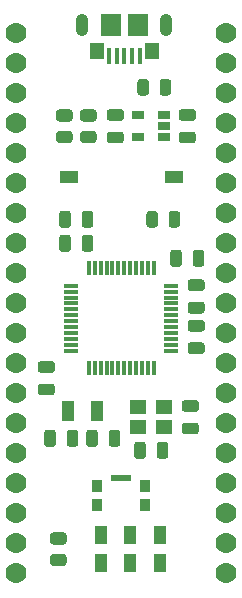
<source format=gbr>
%TF.GenerationSoftware,KiCad,Pcbnew,(5.1.10)-1*%
%TF.CreationDate,2022-01-04T20:26:21-05:00*%
%TF.ProjectId,STM32G441DevBoard,53544d33-3247-4343-9431-446576426f61,rev?*%
%TF.SameCoordinates,Original*%
%TF.FileFunction,Soldermask,Top*%
%TF.FilePolarity,Negative*%
%FSLAX46Y46*%
G04 Gerber Fmt 4.6, Leading zero omitted, Abs format (unit mm)*
G04 Created by KiCad (PCBNEW (5.1.10)-1) date 2022-01-04 20:26:21*
%MOMM*%
%LPD*%
G01*
G04 APERTURE LIST*
%ADD10C,1.775000*%
%ADD11R,1.193800X0.304800*%
%ADD12R,0.304800X1.193800*%
%ADD13R,1.500000X1.100000*%
%ADD14R,1.000000X1.800000*%
%ADD15R,1.400000X1.200000*%
%ADD16R,1.060000X0.650000*%
%ADD17R,1.000000X1.600000*%
%ADD18R,0.900000X1.000000*%
%ADD19R,1.700000X0.550000*%
%ADD20R,1.150000X1.450000*%
%ADD21O,1.050000X1.900000*%
%ADD22R,1.750000X1.900000*%
%ADD23R,0.400000X1.400000*%
G04 APERTURE END LIST*
D10*
%TO.C,3v3*%
X43942000Y-72390000D03*
%TD*%
D11*
%TO.C,U1*%
X48582001Y-99270000D03*
X48582001Y-98770001D03*
X48582001Y-98269999D03*
X48582001Y-97770000D03*
X48582001Y-97270001D03*
X48582001Y-96770000D03*
X48582001Y-96270000D03*
X48582001Y-95769999D03*
X48582001Y-95270000D03*
X48582001Y-94770001D03*
X48582001Y-94269999D03*
X48582001Y-93770000D03*
D12*
X50082000Y-92270001D03*
X50581999Y-92270001D03*
X51082001Y-92270001D03*
X51582000Y-92270001D03*
X52081999Y-92270001D03*
X52582000Y-92270001D03*
X53082000Y-92270001D03*
X53582001Y-92270001D03*
X54082000Y-92270001D03*
X54581999Y-92270001D03*
X55082001Y-92270001D03*
X55582000Y-92270001D03*
D11*
X57081999Y-93770000D03*
X57081999Y-94269999D03*
X57081999Y-94770001D03*
X57081999Y-95270000D03*
X57081999Y-95769999D03*
X57081999Y-96270000D03*
X57081999Y-96770000D03*
X57081999Y-97270001D03*
X57081999Y-97770000D03*
X57081999Y-98269999D03*
X57081999Y-98770001D03*
X57081999Y-99270000D03*
D12*
X55582000Y-100769999D03*
X55082001Y-100769999D03*
X54581999Y-100769999D03*
X54082000Y-100769999D03*
X53582001Y-100769999D03*
X53082000Y-100769999D03*
X52582000Y-100769999D03*
X52081999Y-100769999D03*
X51582000Y-100769999D03*
X51082001Y-100769999D03*
X50581999Y-100769999D03*
X50082000Y-100769999D03*
%TD*%
D13*
%TO.C,SW3*%
X48382000Y-84582000D03*
X57282000Y-84582000D03*
%TD*%
D14*
%TO.C,Y2*%
X50780000Y-104394000D03*
X48280000Y-104394000D03*
%TD*%
D15*
%TO.C,Y1*%
X54272000Y-104052000D03*
X56472000Y-104052000D03*
X56472000Y-105752000D03*
X54272000Y-105752000D03*
%TD*%
D16*
%TO.C,U2*%
X54272000Y-81214000D03*
X54272000Y-79314000D03*
X56472000Y-79314000D03*
X56472000Y-80264000D03*
X56472000Y-81214000D03*
%TD*%
D17*
%TO.C,SW2*%
X56094000Y-114878000D03*
X53594000Y-114878000D03*
X51094000Y-114878000D03*
X56094000Y-117278000D03*
X53594000Y-117278000D03*
X51094000Y-117278000D03*
%TD*%
D18*
%TO.C,SW1*%
X54882000Y-110706000D03*
X54882000Y-112306000D03*
X50782000Y-112306000D03*
X50782000Y-110706000D03*
D19*
X52832000Y-110081000D03*
%TD*%
%TO.C,R3*%
G36*
G01*
X47948001Y-115678000D02*
X47047999Y-115678000D01*
G75*
G02*
X46798000Y-115428001I0J249999D01*
G01*
X46798000Y-114902999D01*
G75*
G02*
X47047999Y-114653000I249999J0D01*
G01*
X47948001Y-114653000D01*
G75*
G02*
X48198000Y-114902999I0J-249999D01*
G01*
X48198000Y-115428001D01*
G75*
G02*
X47948001Y-115678000I-249999J0D01*
G01*
G37*
G36*
G01*
X47948001Y-117503000D02*
X47047999Y-117503000D01*
G75*
G02*
X46798000Y-117253001I0J249999D01*
G01*
X46798000Y-116727999D01*
G75*
G02*
X47047999Y-116478000I249999J0D01*
G01*
X47948001Y-116478000D01*
G75*
G02*
X48198000Y-116727999I0J-249999D01*
G01*
X48198000Y-117253001D01*
G75*
G02*
X47948001Y-117503000I-249999J0D01*
G01*
G37*
%TD*%
%TO.C,R2*%
G36*
G01*
X48456001Y-79864000D02*
X47555999Y-79864000D01*
G75*
G02*
X47306000Y-79614001I0J249999D01*
G01*
X47306000Y-79088999D01*
G75*
G02*
X47555999Y-78839000I249999J0D01*
G01*
X48456001Y-78839000D01*
G75*
G02*
X48706000Y-79088999I0J-249999D01*
G01*
X48706000Y-79614001D01*
G75*
G02*
X48456001Y-79864000I-249999J0D01*
G01*
G37*
G36*
G01*
X48456001Y-81689000D02*
X47555999Y-81689000D01*
G75*
G02*
X47306000Y-81439001I0J249999D01*
G01*
X47306000Y-80913999D01*
G75*
G02*
X47555999Y-80664000I249999J0D01*
G01*
X48456001Y-80664000D01*
G75*
G02*
X48706000Y-80913999I0J-249999D01*
G01*
X48706000Y-81439001D01*
G75*
G02*
X48456001Y-81689000I-249999J0D01*
G01*
G37*
%TD*%
%TO.C,R1*%
G36*
G01*
X50488001Y-79864000D02*
X49587999Y-79864000D01*
G75*
G02*
X49338000Y-79614001I0J249999D01*
G01*
X49338000Y-79088999D01*
G75*
G02*
X49587999Y-78839000I249999J0D01*
G01*
X50488001Y-78839000D01*
G75*
G02*
X50738000Y-79088999I0J-249999D01*
G01*
X50738000Y-79614001D01*
G75*
G02*
X50488001Y-79864000I-249999J0D01*
G01*
G37*
G36*
G01*
X50488001Y-81689000D02*
X49587999Y-81689000D01*
G75*
G02*
X49338000Y-81439001I0J249999D01*
G01*
X49338000Y-80913999D01*
G75*
G02*
X49587999Y-80664000I249999J0D01*
G01*
X50488001Y-80664000D01*
G75*
G02*
X50738000Y-80913999I0J-249999D01*
G01*
X50738000Y-81439001D01*
G75*
G02*
X50488001Y-81689000I-249999J0D01*
G01*
G37*
%TD*%
D10*
%TO.C,C13*%
X43942000Y-115570000D03*
%TD*%
D20*
%TO.C,J1*%
X55406000Y-73928000D03*
X50766000Y-73928000D03*
D21*
X49511000Y-71698000D03*
X56661000Y-71698000D03*
D22*
X54211000Y-71698000D03*
D23*
X53086000Y-74348000D03*
X52436000Y-74348000D03*
X51786000Y-74348000D03*
X54386000Y-74348000D03*
X53736000Y-74348000D03*
D22*
X51961000Y-71698000D03*
%TD*%
D10*
%TO.C,GND*%
X61722000Y-72390000D03*
%TD*%
%TO.C,GND*%
X61722000Y-118110000D03*
%TD*%
%TO.C,GND*%
X43942000Y-74930000D03*
%TD*%
%TO.C,F1*%
G36*
G01*
X55176000Y-76505750D02*
X55176000Y-77418250D01*
G75*
G02*
X54932250Y-77662000I-243750J0D01*
G01*
X54444750Y-77662000D01*
G75*
G02*
X54201000Y-77418250I0J243750D01*
G01*
X54201000Y-76505750D01*
G75*
G02*
X54444750Y-76262000I243750J0D01*
G01*
X54932250Y-76262000D01*
G75*
G02*
X55176000Y-76505750I0J-243750D01*
G01*
G37*
G36*
G01*
X57051000Y-76505750D02*
X57051000Y-77418250D01*
G75*
G02*
X56807250Y-77662000I-243750J0D01*
G01*
X56319750Y-77662000D01*
G75*
G02*
X56076000Y-77418250I0J243750D01*
G01*
X56076000Y-76505750D01*
G75*
G02*
X56319750Y-76262000I243750J0D01*
G01*
X56807250Y-76262000D01*
G75*
G02*
X57051000Y-76505750I0J-243750D01*
G01*
G37*
%TD*%
%TO.C,D1*%
G36*
G01*
X56838000Y-88594250D02*
X56838000Y-87681750D01*
G75*
G02*
X57081750Y-87438000I243750J0D01*
G01*
X57569250Y-87438000D01*
G75*
G02*
X57813000Y-87681750I0J-243750D01*
G01*
X57813000Y-88594250D01*
G75*
G02*
X57569250Y-88838000I-243750J0D01*
G01*
X57081750Y-88838000D01*
G75*
G02*
X56838000Y-88594250I0J243750D01*
G01*
G37*
G36*
G01*
X54963000Y-88594250D02*
X54963000Y-87681750D01*
G75*
G02*
X55206750Y-87438000I243750J0D01*
G01*
X55694250Y-87438000D01*
G75*
G02*
X55938000Y-87681750I0J-243750D01*
G01*
X55938000Y-88594250D01*
G75*
G02*
X55694250Y-88838000I-243750J0D01*
G01*
X55206750Y-88838000D01*
G75*
G02*
X54963000Y-88594250I0J243750D01*
G01*
G37*
%TD*%
%TO.C,C25*%
G36*
G01*
X52799000Y-79814000D02*
X51849000Y-79814000D01*
G75*
G02*
X51599000Y-79564000I0J250000D01*
G01*
X51599000Y-79064000D01*
G75*
G02*
X51849000Y-78814000I250000J0D01*
G01*
X52799000Y-78814000D01*
G75*
G02*
X53049000Y-79064000I0J-250000D01*
G01*
X53049000Y-79564000D01*
G75*
G02*
X52799000Y-79814000I-250000J0D01*
G01*
G37*
G36*
G01*
X52799000Y-81714000D02*
X51849000Y-81714000D01*
G75*
G02*
X51599000Y-81464000I0J250000D01*
G01*
X51599000Y-80964000D01*
G75*
G02*
X51849000Y-80714000I250000J0D01*
G01*
X52799000Y-80714000D01*
G75*
G02*
X53049000Y-80964000I0J-250000D01*
G01*
X53049000Y-81464000D01*
G75*
G02*
X52799000Y-81714000I-250000J0D01*
G01*
G37*
%TD*%
%TO.C,C24*%
G36*
G01*
X57945000Y-80714000D02*
X58895000Y-80714000D01*
G75*
G02*
X59145000Y-80964000I0J-250000D01*
G01*
X59145000Y-81464000D01*
G75*
G02*
X58895000Y-81714000I-250000J0D01*
G01*
X57945000Y-81714000D01*
G75*
G02*
X57695000Y-81464000I0J250000D01*
G01*
X57695000Y-80964000D01*
G75*
G02*
X57945000Y-80714000I250000J0D01*
G01*
G37*
G36*
G01*
X57945000Y-78814000D02*
X58895000Y-78814000D01*
G75*
G02*
X59145000Y-79064000I0J-250000D01*
G01*
X59145000Y-79564000D01*
G75*
G02*
X58895000Y-79814000I-250000J0D01*
G01*
X57945000Y-79814000D01*
G75*
G02*
X57695000Y-79564000I0J250000D01*
G01*
X57695000Y-79064000D01*
G75*
G02*
X57945000Y-78814000I250000J0D01*
G01*
G37*
%TD*%
%TO.C,C23*%
G36*
G01*
X59149000Y-104452000D02*
X58199000Y-104452000D01*
G75*
G02*
X57949000Y-104202000I0J250000D01*
G01*
X57949000Y-103702000D01*
G75*
G02*
X58199000Y-103452000I250000J0D01*
G01*
X59149000Y-103452000D01*
G75*
G02*
X59399000Y-103702000I0J-250000D01*
G01*
X59399000Y-104202000D01*
G75*
G02*
X59149000Y-104452000I-250000J0D01*
G01*
G37*
G36*
G01*
X59149000Y-106352000D02*
X58199000Y-106352000D01*
G75*
G02*
X57949000Y-106102000I0J250000D01*
G01*
X57949000Y-105602000D01*
G75*
G02*
X58199000Y-105352000I250000J0D01*
G01*
X59149000Y-105352000D01*
G75*
G02*
X59399000Y-105602000I0J-250000D01*
G01*
X59399000Y-106102000D01*
G75*
G02*
X59149000Y-106352000I-250000J0D01*
G01*
G37*
%TD*%
%TO.C,C22*%
G36*
G01*
X54922000Y-107221000D02*
X54922000Y-108171000D01*
G75*
G02*
X54672000Y-108421000I-250000J0D01*
G01*
X54172000Y-108421000D01*
G75*
G02*
X53922000Y-108171000I0J250000D01*
G01*
X53922000Y-107221000D01*
G75*
G02*
X54172000Y-106971000I250000J0D01*
G01*
X54672000Y-106971000D01*
G75*
G02*
X54922000Y-107221000I0J-250000D01*
G01*
G37*
G36*
G01*
X56822000Y-107221000D02*
X56822000Y-108171000D01*
G75*
G02*
X56572000Y-108421000I-250000J0D01*
G01*
X56072000Y-108421000D01*
G75*
G02*
X55822000Y-108171000I0J250000D01*
G01*
X55822000Y-107221000D01*
G75*
G02*
X56072000Y-106971000I250000J0D01*
G01*
X56572000Y-106971000D01*
G75*
G02*
X56822000Y-107221000I0J-250000D01*
G01*
G37*
%TD*%
%TO.C,C21*%
G36*
G01*
X51758000Y-107155000D02*
X51758000Y-106205000D01*
G75*
G02*
X52008000Y-105955000I250000J0D01*
G01*
X52508000Y-105955000D01*
G75*
G02*
X52758000Y-106205000I0J-250000D01*
G01*
X52758000Y-107155000D01*
G75*
G02*
X52508000Y-107405000I-250000J0D01*
G01*
X52008000Y-107405000D01*
G75*
G02*
X51758000Y-107155000I0J250000D01*
G01*
G37*
G36*
G01*
X49858000Y-107155000D02*
X49858000Y-106205000D01*
G75*
G02*
X50108000Y-105955000I250000J0D01*
G01*
X50608000Y-105955000D01*
G75*
G02*
X50858000Y-106205000I0J-250000D01*
G01*
X50858000Y-107155000D01*
G75*
G02*
X50608000Y-107405000I-250000J0D01*
G01*
X50108000Y-107405000D01*
G75*
G02*
X49858000Y-107155000I0J250000D01*
G01*
G37*
%TD*%
%TO.C,C20*%
G36*
G01*
X47302000Y-106205000D02*
X47302000Y-107155000D01*
G75*
G02*
X47052000Y-107405000I-250000J0D01*
G01*
X46552000Y-107405000D01*
G75*
G02*
X46302000Y-107155000I0J250000D01*
G01*
X46302000Y-106205000D01*
G75*
G02*
X46552000Y-105955000I250000J0D01*
G01*
X47052000Y-105955000D01*
G75*
G02*
X47302000Y-106205000I0J-250000D01*
G01*
G37*
G36*
G01*
X49202000Y-106205000D02*
X49202000Y-107155000D01*
G75*
G02*
X48952000Y-107405000I-250000J0D01*
G01*
X48452000Y-107405000D01*
G75*
G02*
X48202000Y-107155000I0J250000D01*
G01*
X48202000Y-106205000D01*
G75*
G02*
X48452000Y-105955000I250000J0D01*
G01*
X48952000Y-105955000D01*
G75*
G02*
X49202000Y-106205000I0J-250000D01*
G01*
G37*
%TD*%
%TO.C,C12*%
G36*
G01*
X58707000Y-98560000D02*
X59657000Y-98560000D01*
G75*
G02*
X59907000Y-98810000I0J-250000D01*
G01*
X59907000Y-99310000D01*
G75*
G02*
X59657000Y-99560000I-250000J0D01*
G01*
X58707000Y-99560000D01*
G75*
G02*
X58457000Y-99310000I0J250000D01*
G01*
X58457000Y-98810000D01*
G75*
G02*
X58707000Y-98560000I250000J0D01*
G01*
G37*
G36*
G01*
X58707000Y-96660000D02*
X59657000Y-96660000D01*
G75*
G02*
X59907000Y-96910000I0J-250000D01*
G01*
X59907000Y-97410000D01*
G75*
G02*
X59657000Y-97660000I-250000J0D01*
G01*
X58707000Y-97660000D01*
G75*
G02*
X58457000Y-97410000I0J250000D01*
G01*
X58457000Y-96910000D01*
G75*
G02*
X58707000Y-96660000I250000J0D01*
G01*
G37*
%TD*%
%TO.C,C10*%
G36*
G01*
X58707000Y-95126000D02*
X59657000Y-95126000D01*
G75*
G02*
X59907000Y-95376000I0J-250000D01*
G01*
X59907000Y-95876000D01*
G75*
G02*
X59657000Y-96126000I-250000J0D01*
G01*
X58707000Y-96126000D01*
G75*
G02*
X58457000Y-95876000I0J250000D01*
G01*
X58457000Y-95376000D01*
G75*
G02*
X58707000Y-95126000I250000J0D01*
G01*
G37*
G36*
G01*
X58707000Y-93226000D02*
X59657000Y-93226000D01*
G75*
G02*
X59907000Y-93476000I0J-250000D01*
G01*
X59907000Y-93976000D01*
G75*
G02*
X59657000Y-94226000I-250000J0D01*
G01*
X58707000Y-94226000D01*
G75*
G02*
X58457000Y-93976000I0J250000D01*
G01*
X58457000Y-93476000D01*
G75*
G02*
X58707000Y-93226000I250000J0D01*
G01*
G37*
%TD*%
%TO.C,C4*%
G36*
G01*
X46957000Y-101150000D02*
X46007000Y-101150000D01*
G75*
G02*
X45757000Y-100900000I0J250000D01*
G01*
X45757000Y-100400000D01*
G75*
G02*
X46007000Y-100150000I250000J0D01*
G01*
X46957000Y-100150000D01*
G75*
G02*
X47207000Y-100400000I0J-250000D01*
G01*
X47207000Y-100900000D01*
G75*
G02*
X46957000Y-101150000I-250000J0D01*
G01*
G37*
G36*
G01*
X46957000Y-103050000D02*
X46007000Y-103050000D01*
G75*
G02*
X45757000Y-102800000I0J250000D01*
G01*
X45757000Y-102300000D01*
G75*
G02*
X46007000Y-102050000I250000J0D01*
G01*
X46957000Y-102050000D01*
G75*
G02*
X47207000Y-102300000I0J-250000D01*
G01*
X47207000Y-102800000D01*
G75*
G02*
X46957000Y-103050000I-250000J0D01*
G01*
G37*
%TD*%
%TO.C,C3*%
G36*
G01*
X49472000Y-90645000D02*
X49472000Y-89695000D01*
G75*
G02*
X49722000Y-89445000I250000J0D01*
G01*
X50222000Y-89445000D01*
G75*
G02*
X50472000Y-89695000I0J-250000D01*
G01*
X50472000Y-90645000D01*
G75*
G02*
X50222000Y-90895000I-250000J0D01*
G01*
X49722000Y-90895000D01*
G75*
G02*
X49472000Y-90645000I0J250000D01*
G01*
G37*
G36*
G01*
X47572000Y-90645000D02*
X47572000Y-89695000D01*
G75*
G02*
X47822000Y-89445000I250000J0D01*
G01*
X48322000Y-89445000D01*
G75*
G02*
X48572000Y-89695000I0J-250000D01*
G01*
X48572000Y-90645000D01*
G75*
G02*
X48322000Y-90895000I-250000J0D01*
G01*
X47822000Y-90895000D01*
G75*
G02*
X47572000Y-90645000I0J250000D01*
G01*
G37*
%TD*%
%TO.C,C2*%
G36*
G01*
X58870000Y-91915000D02*
X58870000Y-90965000D01*
G75*
G02*
X59120000Y-90715000I250000J0D01*
G01*
X59620000Y-90715000D01*
G75*
G02*
X59870000Y-90965000I0J-250000D01*
G01*
X59870000Y-91915000D01*
G75*
G02*
X59620000Y-92165000I-250000J0D01*
G01*
X59120000Y-92165000D01*
G75*
G02*
X58870000Y-91915000I0J250000D01*
G01*
G37*
G36*
G01*
X56970000Y-91915000D02*
X56970000Y-90965000D01*
G75*
G02*
X57220000Y-90715000I250000J0D01*
G01*
X57720000Y-90715000D01*
G75*
G02*
X57970000Y-90965000I0J-250000D01*
G01*
X57970000Y-91915000D01*
G75*
G02*
X57720000Y-92165000I-250000J0D01*
G01*
X57220000Y-92165000D01*
G75*
G02*
X56970000Y-91915000I0J250000D01*
G01*
G37*
%TD*%
%TO.C,C1*%
G36*
G01*
X49472000Y-88613000D02*
X49472000Y-87663000D01*
G75*
G02*
X49722000Y-87413000I250000J0D01*
G01*
X50222000Y-87413000D01*
G75*
G02*
X50472000Y-87663000I0J-250000D01*
G01*
X50472000Y-88613000D01*
G75*
G02*
X50222000Y-88863000I-250000J0D01*
G01*
X49722000Y-88863000D01*
G75*
G02*
X49472000Y-88613000I0J250000D01*
G01*
G37*
G36*
G01*
X47572000Y-88613000D02*
X47572000Y-87663000D01*
G75*
G02*
X47822000Y-87413000I250000J0D01*
G01*
X48322000Y-87413000D01*
G75*
G02*
X48572000Y-87663000I0J-250000D01*
G01*
X48572000Y-88613000D01*
G75*
G02*
X48322000Y-88863000I-250000J0D01*
G01*
X47822000Y-88863000D01*
G75*
G02*
X47572000Y-88613000I0J250000D01*
G01*
G37*
%TD*%
%TO.C,B15*%
X43942000Y-77470000D03*
%TD*%
%TO.C,B14*%
X61722000Y-77470000D03*
%TD*%
%TO.C,B13*%
X61722000Y-80010000D03*
%TD*%
%TO.C,B12*%
X61722000Y-82550000D03*
%TD*%
%TO.C,B11*%
X61722000Y-85090000D03*
%TD*%
%TO.C,B10*%
X61722000Y-87630000D03*
%TD*%
%TO.C,B9*%
X43942000Y-85090000D03*
%TD*%
%TO.C,B7*%
X43942000Y-113030000D03*
%TD*%
%TO.C,B6*%
X43942000Y-110490000D03*
%TD*%
%TO.C,B5*%
X43942000Y-107950000D03*
%TD*%
%TO.C,B4*%
X43942000Y-105410000D03*
%TD*%
%TO.C,B3*%
X43942000Y-102870000D03*
%TD*%
%TO.C,B2*%
X61722000Y-90170000D03*
%TD*%
%TO.C,B1*%
X61722000Y-92710000D03*
%TD*%
%TO.C,B0*%
X61722000Y-95250000D03*
%TD*%
%TO.C,A15*%
X43942000Y-100330000D03*
%TD*%
%TO.C,A14*%
X43942000Y-97790000D03*
%TD*%
%TO.C,A13*%
X43942000Y-95250000D03*
%TD*%
%TO.C,A12*%
X43942000Y-92710000D03*
%TD*%
%TO.C,A11*%
X43942000Y-90170000D03*
%TD*%
%TO.C,A10*%
X43942000Y-87630000D03*
%TD*%
%TO.C,A9*%
X43942000Y-82550000D03*
%TD*%
%TO.C,A8*%
X43942000Y-80010000D03*
%TD*%
%TO.C,A7*%
X61722000Y-97790000D03*
%TD*%
%TO.C,A6*%
X61722000Y-100330000D03*
%TD*%
%TO.C,A5*%
X61722000Y-102870000D03*
%TD*%
%TO.C,A4*%
X61722000Y-105410000D03*
%TD*%
%TO.C,A3*%
X61722000Y-107950000D03*
%TD*%
%TO.C,A2*%
X61722000Y-110490000D03*
%TD*%
%TO.C,A1*%
X61722000Y-113030000D03*
%TD*%
%TO.C,A0*%
X61722000Y-115570000D03*
%TD*%
%TO.C,5V*%
X61722000Y-74930000D03*
%TD*%
%TO.C,3v3*%
X43942000Y-118110000D03*
%TD*%
M02*

</source>
